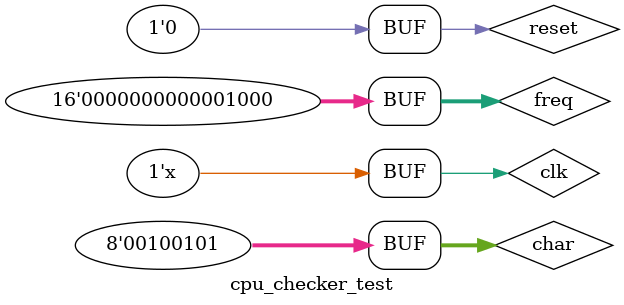
<source format=v>
`timescale 1ns / 1ps


module cpu_checker_test;

	// Inputs
	reg clk;
	reg reset;
	reg [7:0] char;
	reg [15:0] freq;

	// Outputs
	wire [1:0] format_type;
	wire [3:0] error_code;

	// Instantiate the Unit Under Test (UUT)
	cpu_checker uut (
		.clk(clk), 
		.reset(reset), 
		.char(char), 
		.freq(freq), 
		.format_type(format_type), 
		.error_code(error_code)
	);

	initial begin
		// Initialize Inputs
		clk = 0;
		reset = 1;
		char = 0;
		freq = 10;
/*
//example1 : grf format test 1 0       "^64 @ 0000_3004 : $ 5 <= 00ab_0003 #"
		#10 reset = 0;
			 char = "^";
			 freq = 16'd10;
	
		#10 reset = 0;
			 char = "6";
			 freq = 16'd10;

		#10 reset = 0;
			 char = "4";
			 freq = 16'd10;

		#10 reset = 0;
			 char = "@";
			 freq = 16'd10;

		#10 reset = 0;
			 char = "0";
			 freq = 16'd10;

		#10 reset = 0;
			 char = "0";
			 freq = 16'd10;

		#10 reset = 0;
			 char = "0";
			 freq = 16'd10;

		#10 reset = 0;
			 char = "0";
			 freq = 16'd10;

		#10 reset = 0;
			 char = "3";
			 freq = 16'd10;

		#10 reset = 0;
			 char = "0";
			 freq = 16'd10;

		#10 reset = 0;
			 char = "0";
			 freq = 16'd10;

		#10 reset = 0;
			 char = "4";
			 freq = 16'd10;

		#10 reset = 0;
			 char = ":";
			 freq = 16'd10;

		#10 reset = 0;
			 char = "$";
			 freq = 16'd10;

		#10 reset = 0;
			 char = "5";
			 freq = 16'd10;

		#10 reset = 0;
			 char = "<";
			 freq = 16'd10;

		#10 reset = 0;
			 char = "=";
			 freq = 16'd10;

		#10 reset = 0;
			 char = "0";
			 freq = 16'd10;

		#10 reset = 0;
			 char = "0";
			 freq = 16'd10;

		#10 reset = 0;
			 char = "a";
			 freq = 16'd10;

		#10 reset = 0;
			 char = "b";
			 freq = 16'd10;

		#10 reset = 0;
			 char = "0";
			 freq = 16'd10;

		#10 reset = 0;
			 char = "0";
			 freq = 16'd10;

		#10 reset = 0;
			 char = "0";
			 freq = 16'd10;	

		#10 reset = 0;
			 char = "3";
			 freq = 16'd8;

		#10 reset = 0;
			 char = "#";
			 freq = 16'd8;

		#10 reset = 0;
			 char = "#";
			 freq = 16'd8;

		#10 reset = 0;
			 char = "^";
			 freq = 16'd8;

		#10 reset = 0;
			 char = "%";
			 freq = 16'd8;
//example2 : test grf test : 1 1010       "^64 @ 0004_3004 : $ 32 <= 00ab_0003 #"
		#10 reset = 0;
			 char = "^";
			 freq = 16'd10;
	
		#10 reset = 0;
			 char = "6";
			 freq = 16'd10;

		#10 reset = 0;
			 char = "4";
			 freq = 16'd10;

		#10 reset = 0;
			 char = "@";
			 freq = 16'd10;

		#10 reset = 0;
			 char = "0";
			 freq = 16'd10;

		#10 reset = 0;
			 char = "0";
			 freq = 16'd10;

		#10 reset = 0;
			 char = "0";
			 freq = 16'd10;

		#10 reset = 0;
			 char = "4";
			 freq = 16'd10;

		#10 reset = 0;
			 char = "0";
			 freq = 16'd10;

		#10 reset = 0;
			 char = "0";
			 freq = 16'd10;

		#10 reset = 0;
			 char = "0";
			 freq = 16'd10;

		#10 reset = 0;
			 char = "4";
			 freq = 16'd10;

		#10 reset = 0;
			 char = ":";
			 freq = 16'd10;

		#10 reset = 0;
			 char = "$";
			 freq = 16'd10;

		#10 reset = 0;
			 char = "3";
			 freq = 16'd10;
			 
		#10 reset = 0;
			 char = "2";
			 freq = 16'd10;			 

		#10 reset = 0;
			 char = "<";
			 freq = 16'd10;

		#10 reset = 0;
			 char = "=";
			 freq = 16'd10;

		#10 reset = 0;
			 char = "0";
			 freq = 16'd10;

		#10 reset = 0;
			 char = "0";
			 freq = 16'd10;

		#10 reset = 0;
			 char = "a";
			 freq = 16'd8;

		#10 reset = 0;
			 char = "b";
			 freq = 16'd8;

		#10 reset = 0;
			 char = "0";
			 freq = 16'd8;

		#10 reset = 0;
			 char = "0";
			 freq = 16'd32;

		#10 reset = 0;
			 char = "0";
			 freq = 16'd32;	

		#10 reset = 0;
			 char = "3";
			 freq = 16'd32;

		#10 reset = 0;
			 char = "#";
			 freq = 16'd32;	

//example3 : test grf format:1 0011       "^63 @ 0000_30ff : $ 0014 <= 00ab_0003 #"			 

		#10 reset = 0;
			 char = "^";
			 freq = 16'd10;
	
		#10 reset = 0;
			 char = "6";
			 freq = 16'd10;

		#10 reset = 0;
			 char = "3";
			 freq = 16'd10;

		#10 reset = 0;
			 char = "@";
			 freq = 16'd10;

		#10 reset = 0;
			 char = "0";
			 freq = 16'd10;

		#10 reset = 0;
			 char = "0";
			 freq = 16'd10;

		#10 reset = 0;
			 char = "0";
			 freq = 16'd10;

		#10 reset = 0;
			 char = "0";
			 freq = 16'd10;

		#10 reset = 0;
			 char = "3";
			 freq = 16'd10;

		#10 reset = 0;
			 char = "0";
			 freq = 16'd10;

		#10 reset = 0;
			 char = "f";
			 freq = 16'd10;

		#10 reset = 0;
			 char = "f";
			 freq = 16'd10;

		#10 reset = 0;
			 char = ":";
			 freq = 16'd10;

		#10 reset = 0;
			 char = "$";
			 freq = 16'd10;

		#10 reset = 0;
			 char = "0";
			 freq = 16'd10;
			 
		#10 reset = 0;
			 char = "0";
			 freq = 16'd10;

		#10 reset = 0;
			 char = "1";
			 freq = 16'd10;

		#10 reset = 0;
			 char = "4";
			 freq = 16'd10;			 

		#10 reset = 0;
			 char = "<";
			 freq = 16'd10;

		#10 reset = 0;
			 char = "=";
			 freq = 16'd10;

		#10 reset = 0;
			 char = "0";
			 freq = 16'd10;

		#10 reset = 0;
			 char = "0";
			 freq = 16'd10;

		#10 reset = 0;
			 char = "a";
			 freq = 16'd10;

		#10 reset = 0;
			 char = "b";
			 freq = 16'd10;

		#10 reset = 0;
			 char = "0";
			 freq = 16'd10;

		#10 reset = 0;
			 char = "0";
			 freq = 16'd10;

		#10 reset = 0;
			 char = "0";
			 freq = 16'd10;	

		#10 reset = 0;
			 char = "3";
			 freq = 16'd8;

		#10 reset = 0;
			 char = "#";
			 freq = 16'd8;	*/
			 
//example4 : test addr format 1 0100       "^64 @ 0000_3004 : * 0000_0003 <= 00ab_0003 #"

		#10 reset = 0;
			 char = "^";
			 freq = 16'd10;
	
		#10 reset = 0;
			 char = "6";
			 freq = 16'd10;

		#10 reset = 0;
			 char = "4";
			 freq = 16'd10;

		#10 reset = 0;
			 char = "@";
			 freq = 16'd10;

		#10 reset = 0;
			 char = "0";
			 freq = 16'd10;

		#10 reset = 0;
			 char = "0";
			 freq = 16'd10;

		#10 reset = 0;
			 char = "0";
			 freq = 16'd10;

		#10 reset = 0;
			 char = "0";
			 freq = 16'd10;

		#10 reset = 0;
			 char = "3";
			 freq = 16'd10;

		#10 reset = 0;
			 char = "0";
			 freq = 16'd10;

		#10 reset = 0;
			 char = "0";
			 freq = 16'd10;

		#10 reset = 0;
			 char = "4";
			 freq = 16'd10;

		#10 reset = 0;
			 char = ":";
			 freq = 16'd10;

		#10 reset = 0;
			 char = "*";
			 freq = 16'd10;

		#10 reset = 0;
			 char = "0";
			 freq = 16'd10;
			
		#10 reset = 0;
			 char = "0";
			 freq = 16'd10;

		#10 reset = 0;
			 char = "0";
			 freq = 16'd10;

		#10 reset = 0;
			 char = "0";
			 freq = 16'd10;

		#10 reset = 0;
			 char = "0";
			 freq = 16'd10;

		#10 reset = 0;
			 char = "0";
			 freq = 16'd10;

		#10 reset = 0;
			 char = "0";
			 freq = 16'd10;

		#10 reset = 0;
			 char = "3";
			 freq = 16'd10;			 

		#10 reset = 0;
			 char = "<";
			 freq = 16'd10;

		#10 reset = 0;
			 char = "=";
			 freq = 16'd10;

		#10 reset = 0;
			 char = "0";
			 freq = 16'd10;

		#10 reset = 0;
			 char = "0";
			 freq = 16'd10;

		#10 reset = 0;
			 char = "a";
			 freq = 16'd10;

		#10 reset = 0;
			 char = "b";
			 freq = 16'd10;

		#10 reset = 0;
			 char = "0";
			 freq = 16'd10;

		#10 reset = 0;
			 char = "0";
			 freq = 16'd10;

		#10 reset = 0;
			 char = "0";
			 freq = 16'd10;	

		#10 reset = 0;
			 char = "3";
			 freq = 16'd8;

		#10 reset = 0;
			 char = "#";
			 freq = 16'd8;

		#10 reset = 0;
			 char = "#";
			 freq = 16'd8;

		#10 reset = 0;
			 char = "^";
			 freq = 16'd8;

		#10 reset = 0;
			 char = "%";
			 freq = 16'd8;
			 
//example5 : test addr format 1 0100       "^64 @ 0000_3004 : * 0000_4000 <= 00ab_0003 #"			 

		#10 reset = 0;
			 char = "^";
			 freq = 16'd10;
	
		#10 reset = 0;
			 char = "6";
			 freq = 16'd10;

		#10 reset = 0;
			 char = "4";
			 freq = 16'd10;

		#10 reset = 0;
			 char = "@";
			 freq = 16'd10;

		#10 reset = 0;
			 char = "0";
			 freq = 16'd10;

		#10 reset = 0;
			 char = "0";
			 freq = 16'd10;

		#10 reset = 0;
			 char = "0";
			 freq = 16'd10;

		#10 reset = 0;
			 char = "0";
			 freq = 16'd10;

		#10 reset = 0;
			 char = "3";
			 freq = 16'd10;

		#10 reset = 0;
			 char = "0";
			 freq = 16'd10;

		#10 reset = 0;
			 char = "0";
			 freq = 16'd10;

		#10 reset = 0;
			 char = "4";
			 freq = 16'd10;

		#10 reset = 0;
			 char = ":";
			 freq = 16'd10;

		#10 reset = 0;
			 char = "*";
			 freq = 16'd10;

		#10 reset = 0;
			 char = "0";
			 freq = 16'd10;
			
		#10 reset = 0;
			 char = "0";
			 freq = 16'd10;

		#10 reset = 0;
			 char = "0";
			 freq = 16'd10;

		#10 reset = 0;
			 char = "0";
			 freq = 16'd10;

		#10 reset = 0;
			 char = "4";
			 freq = 16'd10;

		#10 reset = 0;
			 char = "0";
			 freq = 16'd10;

		#10 reset = 0;
			 char = "0";
			 freq = 16'd10;

		#10 reset = 0;
			 char = "0";
			 freq = 16'd10;			 

		#10 reset = 0;
			 char = "<";
			 freq = 16'd10;

		#10 reset = 0;
			 char = "=";
			 freq = 16'd10;

		#10 reset = 0;
			 char = "0";
			 freq = 16'd10;

		#10 reset = 0;
			 char = "0";
			 freq = 16'd10;

		#10 reset = 0;
			 char = "a";
			 freq = 16'd10;

		#10 reset = 0;
			 char = "b";
			 freq = 16'd10;

		#10 reset = 0;
			 char = "0";
			 freq = 16'd10;

		#10 reset = 0;
			 char = "0";
			 freq = 16'd10;

		#10 reset = 0;
			 char = "0";
			 freq = 16'd10;	

		#10 reset = 0;
			 char = "3";
			 freq = 16'd8;

		#10 reset = 0;
			 char = "#";
			 freq = 16'd8;

		#10 reset = 0;
			 char = "#";
			 freq = 16'd8;

		#10 reset = 0;
			 char = "^";
			 freq = 16'd8;

		#10 reset = 0;
			 char = "%";
			 freq = 16'd8;
	end
	
	always #5 clk = ~clk;
      
endmodule


</source>
